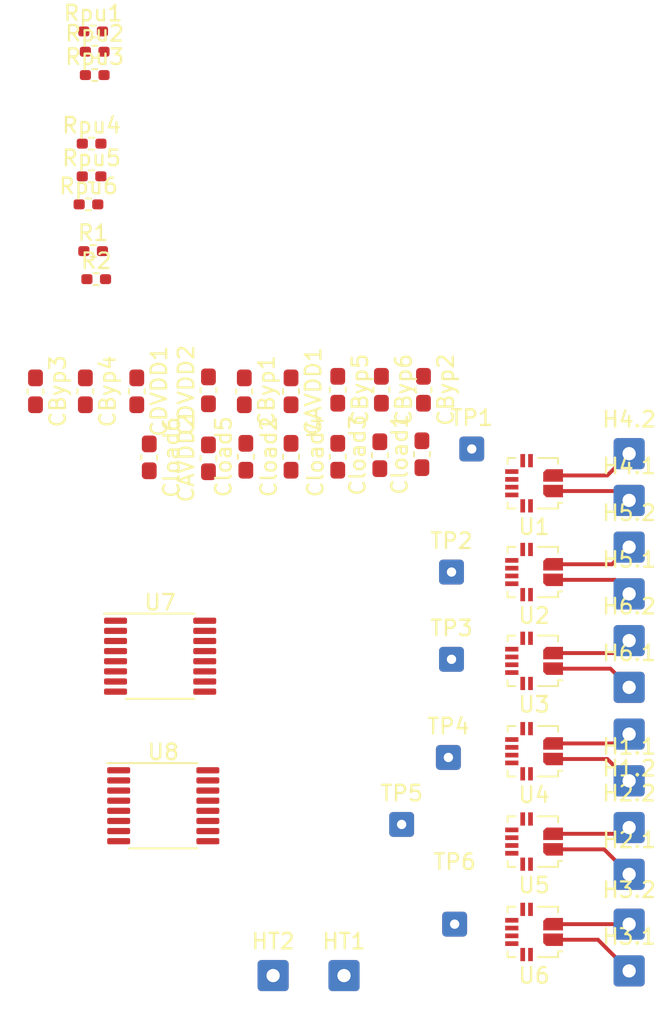
<source format=kicad_pcb>
(kicad_pcb (version 20211014) (generator pcbnew)
  (layers (0 "F.Cu" signal) (31 "B.Cu" signal) (34 "B.Paste" user) (35 "F.Paste" user) (36 "B.SilkS" user "B.Silkscreen") (37 "F.SilkS" user "F.Silkscreen") (38 "B.Mask" user) (39 "F.Mask" user) (44 "Edge.Cuts" user))
  (net 0 "")
  (net 1 "+3.3V")
  (net 2 "Earth")
  (net 3 "Net-(Cload1-Pad1)")
  (net 4 "Net-(Cload2-Pad1)")
  (net 5 "Net-(Cload3-Pad1)")
  (net 6 "Net-(Cload4-Pad1)")
  (net 7 "Net-(Cload5-Pad1)")
  (net 8 "Net-(H1.1-Pad1)")
  (net 9 "Net-(H1.2-Pad1)")
  (net 10 "Net-(H2.1-Pad1)")
  (net 11 "Net-(H2.2-Pad1)")
  (net 12 "Net-(H3.1-Pad1)")
  (net 13 "Net-(H3.2-Pad1)")
  (net 14 "Net-(H4.1-Pad1)")
  (net 15 "Net-(H4.2-Pad1)")
  (net 16 "Net-(H5.1-Pad1)")
  (net 17 "Net-(H5.2-Pad1)")
  (net 18 "Net-(H6.1-Pad1)")
  (net 19 "Net-(H6.2-Pad1)")
  (net 20 "Net-(Rpu1-Pad2)")
  (net 21 "Net-(Rpu2-Pad2)")
  (net 22 "Net-(Rpu3-Pad2)")
  (net 23 "Net-(Rpu4-Pad2)")
  (net 24 "Net-(Rpu5-Pad2)")
  (net 25 "Net-(Rpu6-Pad2)")
  (net 50 "GNDD")
  (net 51 "GNDA")
  (net 60 "Net-(U6-Pad9)")
  (net 61 "Net-(R2-Pad2)")
  (net 62 "Net-(R1-Pad2)")
  (footprint "Package_SO:TSSOP-16_4.4x5mm_P0.65mm" (layer "F.Cu") (at 152.5 64.1)
    (fp_text reference "U7" (at 0 -3.45) (layer "F.SilkS"))
    (fp_text value "ADS1119IPWR")
    (fp_line (start 0 2.735) (end -2.2 2.735) (layer "F.SilkS") (width 0.12))
    (fp_line (start 0 -2.735) (end 2.2 -2.735) (layer "F.SilkS") (width 0.12))
    (fp_line (start 0 2.735) (end 2.2 2.735) (layer "F.SilkS") (width 0.12))
    (fp_line (start 0 -2.735) (end -3.6 -2.735) (layer "F.SilkS") (width 0.12))
    (pad "1" smd roundrect (at -2.8625 -2.275) (size 1.475 0.4) (layers "F.Cu" "F.Paste" "F.Mask") (net 50 "GNDD"))
    (pad "2" smd roundrect (at -2.8625 -1.625) (size 1.475 0.4) (layers "F.Cu" "F.Paste" "F.Mask") (net 50 "GNDD"))
    (pad "3" smd roundrect (at -2.8625 -0.975) (size 1.475 0.4) (layers "F.Cu" "F.Paste" "F.Mask") (net 1 "+3.3V"))
    (pad "4" smd roundrect (at -2.8625 -0.325) (size 1.475 0.4) (layers "F.Cu" "F.Paste" "F.Mask") (net 50 "GNDD"))
    (pad "5" smd roundrect (at -2.8625 0.325) (size 1.475 0.4) (layers "F.Cu" "F.Paste" "F.Mask") (net 51 "GNDA"))
    (pad "6" smd roundrect (at -2.8625 0.975) (size 1.475 0.4) (layers "F.Cu" "F.Paste" "F.Mask") (net 6 "Net-(Cload4-Pad1)"))
    (pad "7" smd roundrect (at -2.8625 1.625) (size 1.475 0.4) (layers "F.Cu" "F.Paste" "F.Mask") (net 7 "Net-(Cload5-Pad1)"))
    (pad "8" smd roundrect (at -2.8625 2.275) (size 1.475 0.4) (layers "F.Cu" "F.Paste" "F.Mask"))
    (pad "9" smd roundrect (at 2.8625 2.275) (size 1.475 0.4) (layers "F.Cu" "F.Paste" "F.Mask"))
    (pad "10" smd roundrect (at 2.8625 1.625) (size 1.475 0.4) (layers "F.Cu" "F.Paste" "F.Mask") (net 60 "Net-(U6-Pad9)"))
    (pad "11" smd roundrect (at 2.8625 0.975) (size 1.475 0.4) (layers "F.Cu" "F.Paste" "F.Mask") (net 3 "Net-(Cload1-Pad1)"))
    (pad "12" smd roundrect (at 2.8625 0.325) (size 1.475 0.4) (layers "F.Cu" "F.Paste" "F.Mask") (net 1 "+3.3V"))
    (pad "13" smd roundrect (at 2.8625 -0.325) (size 1.475 0.4) (layers "F.Cu" "F.Paste" "F.Mask") (net 1 "+3.3V"))
    (pad "14" smd roundrect (at 2.8625 -0.975) (size 1.475 0.4) (layers "F.Cu" "F.Paste" "F.Mask"))
    (pad "15" smd roundrect (at 2.8625 -1.625) (size 1.475 0.4) (layers "F.Cu" "F.Paste" "F.Mask") (net 61 "Net-(R2-Pad2)"))
    (pad "16" smd roundrect (at 2.8625 -2.275) (size 1.475 0.4) (layers "F.Cu" "F.Paste" "F.Mask") (net 62 "Net-(R1-Pad2)"))
  )
  (footprint "Capacitor_SMD:C_0603_1608Metric_Pad1.08x0.95mm_HandSolder" (layer "F.Cu") (at 151 47.1 -90)
    (fp_text reference "CDVDD1" (at 0 -1.43 90) (layer "F.SilkS"))
    (fp_text value "0.1")
    (fp_line (start -0.146267 -0.51) (end 0.146267 -0.51) (layer "F.SilkS") (width 0.12))
    (fp_line (start -0.146267 0.51) (end 0.146267 0.51) (layer "F.SilkS") (width 0.12))
    (pad "1" smd roundrect (at -0.8625 0 270) (size 1.075 0.95) (layers "F.Cu" "F.Paste" "F.Mask") (net 1 "+3.3V"))
    (pad "2" smd roundrect (at 0.8625 0 270) (size 1.075 0.95) (layers "F.Cu" "F.Paste" "F.Mask") (net 2 "Earth"))
  )
  (footprint "Sensor_Current:Allegro_QFN-12-10-1EP_3x3mm_P0.5mm" (layer "F.Cu") (at 176.5 64.4 180)
    (fp_text reference "U3" (at 0 -2.8) (layer "F.SilkS"))
    (fp_text value "ACS711xEXLT-31AB")
    (fp_line (start 1.7 1.62) (end 1.2 1.62) (layer "F.SilkS") (width 0.12))
    (fp_line (start -1.54 1.62) (end -0.25 1.62) (layer "F.SilkS") (width 0.12))
    (fp_line (start 1.7 -1.62) (end 1.7 -1.25) (layer "F.SilkS") (width 0.12))
    (fp_line (start -1.54 -1.62) (end -1.54 -1.25) (layer "F.SilkS") (width 0.12))
    (fp_line (start 1.7 -1.62) (end 1.2 -1.62) (layer "F.SilkS") (width 0.12))
    (fp_line (start -1.54 -1.25) (end -1.8 -1.25) (layer "F.SilkS") (width 0.12))
    (fp_line (start -1.54 -1.62) (end -0.25 -1.62) (layer "F.SilkS") (width 0.12))
    (fp_line (start -1.54 1.25) (end -1.54 1.62) (layer "F.SilkS") (width 0.12))
    (fp_line (start 1.7 1.25) (end 1.7 1.62) (layer "F.SilkS") (width 0.12))
    (pad "1" smd rect (at -0.785 -0.7 225) (size 0.2828 0.2828) (layers "F.Cu" "F.Paste" "F.Mask") (net 18 "Net-(H6.1-Pad1)"))
    (pad "1" smd rect (at -1.32 -0.5 180) (size 1.07 0.8) (layers "F.Cu" "F.Paste" "F.Mask") (net 18 "Net-(H6.1-Pad1)"))
    (pad "1" smd rect (at -0.685 -0.4 180) (size 0.2 0.6) (layers "F.Cu" "F.Paste" "F.Mask") (net 18 "Net-(H6.1-Pad1)"))
    (pad "2" smd rect (at -0.785 0.7 225) (size 0.2828 0.2828) (layers "F.Cu" "F.Paste" "F.Mask") (net 19 "Net-(H6.2-Pad1)"))
    (pad "2" smd rect (at -1.32 0.5 180) (size 1.07 0.8) (layers "F.Cu" "F.Paste" "F.Mask") (net 19 "Net-(H6.2-Pad1)"))
    (pad "2" smd rect (at -0.685 0.4 180) (size 0.2 0.6) (layers "F.Cu" "F.Paste" "F.Mask") (net 19 "Net-(H6.2-Pad1)"))
    (pad "3" smd rect (at 0.23 1.45 180) (size 0.3 0.85) (layers "F.Cu" "F.Paste" "F.Mask") (net 2 "Earth"))
    (pad "4" smd rect (at 0.73 1.45 180) (size 0.3 0.85) (layers "F.Cu" "F.Paste" "F.Mask") (net 22 "Net-(Rpu3-Pad2)"))
    (pad "5" smd rect (at 1.43 0.75 180) (size 0.85 0.3) (layers "F.Cu" "F.Paste" "F.Mask"))
    (pad "6" smd rect (at 1.43 0.25 180) (size 0.85 0.3) (layers "F.Cu" "F.Paste" "F.Mask"))
    (pad "7" smd rect (at 1.43 -0.25 180) (size 0.85 0.3) (layers "F.Cu" "F.Paste" "F.Mask"))
    (pad "8" smd rect (at 1.43 -0.75 180) (size 0.85 0.3) (layers "F.Cu" "F.Paste" "F.Mask"))
    (pad "9" smd rect (at 0.73 -1.45 180) (size 0.3 0.85) (layers "F.Cu" "F.Paste" "F.Mask") (net 5 "Net-(Cload3-Pad1)"))
    (pad "10" smd rect (at 0.23 -1.45 180) (size 0.3 0.85) (layers "F.Cu" "F.Paste" "F.Mask") (net 1 "+3.3V"))
  )
  (footprint "Resistor_SMD:R_0402_1005Metric_Pad0.72x0.64mm_HandSolder" (layer "F.Cu") (at 148.2 38.1)
    (fp_text reference "R1" (at 0 -1.17) (layer "F.SilkS"))
    (fp_text value "4.7k")
    (fp_line (start -0.167621 -0.38) (end 0.167621 -0.38) (layer "F.SilkS") (width 0.12))
    (fp_line (start -0.167621 0.38) (end 0.167621 0.38) (layer "F.SilkS") (width 0.12))
    (pad "1" smd roundrect (at -0.5975 0) (size 0.715 0.64) (layers "F.Cu" "F.Paste" "F.Mask") (net 1 "+3.3V"))
    (pad "2" smd roundrect (at 0.5975 0) (size 0.715 0.64) (layers "F.Cu" "F.Paste" "F.Mask") (net 62 "Net-(R1-Pad2)"))
  )
  (footprint "Resistor_SMD:R_0402_1005Metric_Pad0.72x0.64mm_HandSolder" (layer "F.Cu") (at 148.2 24)
    (fp_text reference "Rpu1" (at 0 -1.17) (layer "F.SilkS"))
    (fp_text value "4.7k")
    (fp_line (start -0.167621 0.38) (end 0.167621 0.38) (layer "F.SilkS") (width 0.12))
    (fp_line (start -0.167621 -0.38) (end 0.167621 -0.38) (layer "F.SilkS") (width 0.12))
    (pad "1" smd roundrect (at -0.5975 0) (size 0.715 0.64) (layers "F.Cu" "F.Paste" "F.Mask") (net 1 "+3.3V"))
    (pad "2" smd roundrect (at 0.5975 0) (size 0.715 0.64) (layers "F.Cu" "F.Paste" "F.Mask") (net 20 "Net-(Rpu1-Pad2)"))
  )
  (footprint "Connector_Wire:SolderWire-0.1sqmm_1x01_D0.4mm_OD1mm" (layer "F.Cu") (at 172.5 50.8)
    (fp_text reference "TP1" (at 0 -2) (layer "F.SilkS"))
    (fp_text value "Fault 1")
    (pad "1" thru_hole roundrect (at 0 0) (size 1.6 1.6) (drill 0.6) (layers *.Cu *.Mask) (roundrect_rratio 0.15625) (net 20 "Net-(Rpu1-Pad2)"))
  )
  (footprint "Connector_Wire:SolderWire-0.25sqmm_1x01_D0.65mm_OD2mm" (layer "F.Cu") (at 182.6 66.1)
    (fp_text reference "H6.1" (at 0 -2.2) (layer "F.SilkS"))
    (fp_text value "I+ Pad")
    (pad "1" thru_hole roundrect (at 0 0) (size 2 2) (drill 0.85) (layers *.Cu *.Mask) (roundrect_rratio 0.125) (net 18 "Net-(H6.1-Pad1)"))
  )
  (footprint "Connector_Wire:SolderWire-0.25sqmm_1x01_D0.65mm_OD2mm" (layer "F.Cu") (at 182.6 57.1)
    (fp_text reference "H5.2" (at 0 -2.2) (layer "F.SilkS"))
    (fp_text value "I- Pad")
    (pad "1" thru_hole roundrect (at 0 0) (size 2 2) (drill 0.85) (layers *.Cu *.Mask) (roundrect_rratio 0.125) (net 17 "Net-(H5.2-Pad1)"))
  )
  (footprint "Capacitor_SMD:C_0603_1608Metric_Pad1.08x0.95mm_HandSolder" (layer "F.Cu") (at 160.9 47.1 -90)
    (fp_text reference "CAVDD1" (at 0 -1.43 90) (layer "F.SilkS"))
    (fp_text value "0.1")
    (fp_line (start -0.146267 -0.51) (end 0.146267 -0.51) (layer "F.SilkS") (width 0.12))
    (fp_line (start -0.146267 0.51) (end 0.146267 0.51) (layer "F.SilkS") (width 0.12))
    (pad "1" smd roundrect (at -0.8625 0 270) (size 1.075 0.95) (layers "F.Cu" "F.Paste" "F.Mask") (net 1 "+3.3V"))
    (pad "2" smd roundrect (at 0.8625 0 270) (size 1.075 0.95) (layers "F.Cu" "F.Paste" "F.Mask") (net 2 "Earth"))
  )
  (footprint "Sensor_Current:Allegro_QFN-12-10-1EP_3x3mm_P0.5mm" (layer "F.Cu") (at 176.5 81.8 180)
    (fp_text reference "U6" (at 0 -2.8) (layer "F.SilkS"))
    (fp_text value "ACS711xEXLT-31AB")
    (fp_line (start -1.54 -1.62) (end -1.54 -1.25) (layer "F.SilkS") (width 0.12))
    (fp_line (start -1.54 1.25) (end -1.54 1.62) (layer "F.SilkS") (width 0.12))
    (fp_line (start -1.54 1.62) (end -0.25 1.62) (layer "F.SilkS") (width 0.12))
    (fp_line (start 1.7 1.62) (end 1.2 1.62) (layer "F.SilkS") (width 0.12))
    (fp_line (start 1.7 -1.62) (end 1.2 -1.62) (layer "F.SilkS") (width 0.12))
    (fp_line (start -1.54 -1.62) (end -0.25 -1.62) (layer "F.SilkS") (width 0.12))
    (fp_line (start 1.7 1.25) (end 1.7 1.62) (layer "F.SilkS") (width 0.12))
    (fp_line (start -1.54 -1.25) (end -1.8 -1.25) (layer "F.SilkS") (width 0.12))
    (fp_line (start 1.7 -1.62) (end 1.7 -1.25) (layer "F.SilkS") (width 0.12))
    (pad "1" smd rect (at -1.32 -0.5 180) (size 1.07 0.8) (layers "F.Cu" "F.Paste" "F.Mask") (net 12 "Net-(H3.1-Pad1)"))
    (pad "1" smd rect (at -0.685 -0.4 180) (size 0.2 0.6) (layers "F.Cu" "F.Paste" "F.Mask") (net 12 "Net-(H3.1-Pad1)"))
    (pad "1" smd rect (at -0.785 -0.7 225) (size 0.2828 0.2828) (layers "F.Cu" "F.Paste" "F.Mask") (net 12 "Net-(H3.1-Pad1)"))
    (pad "2" smd rect (at -0.785 0.7 225) (size 0.2828 0.2828) (layers "F.Cu" "F.Paste" "F.Mask") (net 13 "Net-(H3.2-Pad1)"))
    (pad "2" smd rect (at -0.685 0.4 180) (size 0.2 0.6) (layers "F.Cu" "F.Paste" "F.Mask") (net 13 "Net-(H3.2-Pad1)"))
    (pad "2" smd rect (at -1.32 0.5 180) (size 1.07 0.8) (layers "F.Cu" "F.Paste" "F.Mask") (net 13 "Net-(H3.2-Pad1)"))
    (pad "3" smd rect (at 0.23 1.45 180) (size 0.3 0.85) (layers "F.Cu" "F.Paste" "F.Mask") (net 2 "Earth"))
    (pad "4" smd rect (at 0.73 1.45 180) (size 0.3 0.85) (layers "F.Cu" "F.Paste" "F.Mask") (net 25 "Net-(Rpu6-Pad2)"))
    (pad "5" smd rect (at 1.43 0.75 180) (size 0.85 0.3) (layers "F.Cu" "F.Paste" "F.Mask"))
    (pad "6" smd rect (at 1.43 0.25 180) (size 0.85 0.3) (layers "F.Cu" "F.Paste" "F.Mask"))
    (pad "7" smd rect (at 1.43 -0.25 180) (size 0.85 0.3) (layers "F.Cu" "F.Paste" "F.Mask"))
    (pad "8" smd rect (at 1.43 -0.75 180) (size 0.85 0.3) (layers "F.Cu" "F.Paste" "F.Mask"))
    (pad "9" smd rect (at 0.73 -1.45 180) (size 0.3 0.85) (layers "F.Cu" "F.Paste" "F.Mask") (net 60 "Net-(U6-Pad9)"))
    (pad "10" smd rect (at 0.23 -1.45 180) (size 0.3 0.85) (layers "F.Cu" "F.Paste" "F.Mask") (net 1 "+3.3V"))
  )
  (footprint "Resistor_SMD:R_0402_1005Metric_Pad0.72x0.64mm_HandSolder" (layer "F.Cu") (at 148.3975 39.9)
    (fp_text reference "R2" (at 0 -1.17) (layer "F.SilkS"))
    (fp_text value "4.7k")
    (fp_line (start -0.167621 -0.38) (end 0.167621 -0.38) (layer "F.SilkS") (width 0.12))
    (fp_line (start -0.167621 0.38) (end 0.167621 0.38) (layer "F.SilkS") (width 0.12))
    (pad "1" smd roundrect (at -0.5975 0) (size 0.715 0.64) (layers "F.Cu" "F.Paste" "F.Mask") (net 1 "+3.3V"))
    (pad "2" smd roundrect (at 0.5975 0) (size 0.715 0.64) (layers "F.Cu" "F.Paste" "F.Mask") (net 61 "Net-(R2-Pad2)"))
  )
  (footprint "Connector_Wire:SolderWire-0.25sqmm_1x01_D0.65mm_OD2mm" (layer "F.Cu") (at 182.6 63.1)
    (fp_text reference "H6.2" (at 0 -2.2) (layer "F.SilkS"))
    (fp_text value "I- Pad")
    (pad "1" thru_hole roundrect (at 0 0) (size 2 2) (drill 0.85) (layers *.Cu *.Mask) (roundrect_rratio 0.125) (net 19 "Net-(H6.2-Pad1)"))
  )
  (footprint "Sensor_Current:Allegro_QFN-12-10-1EP_3x3mm_P0.5mm" (layer "F.Cu") (at 176.5 53 180)
    (fp_text reference "U1" (at 0 -2.8) (layer "F.SilkS"))
    (fp_text value "ACS711xEXLT-31AB")
    (fp_line (start 1.7 -1.62) (end 1.2 -1.62) (layer "F.SilkS") (width 0.12))
    (fp_line (start -1.54 1.25) (end -1.54 1.62) (layer "F.SilkS") (width 0.12))
    (fp_line (start 1.7 1.25) (end 1.7 1.62) (layer "F.SilkS") (width 0.12))
    (fp_line (start -1.54 -1.25) (end -1.8 -1.25) (layer "F.SilkS") (width 0.12))
    (fp_line (start 1.7 1.62) (end 1.2 1.62) (layer "F.SilkS") (width 0.12))
    (fp_line (start -1.54 -1.62) (end -1.54 -1.25) (layer "F.SilkS") (width 0.12))
    (fp_line (start 1.7 -1.62) (end 1.7 -1.25) (layer "F.SilkS") (width 0.12))
    (fp_line (start -1.54 -1.62) (end -0.25 -1.62) (layer "F.SilkS") (width 0.12))
    (fp_line (start -1.54 1.62) (end -0.25 1.62) (layer "F.SilkS") (width 0.12))
    (pad "1" smd rect (at -0.785 -0.7 225) (size 0.2828 0.2828) (layers "F.Cu" "F.Paste" "F.Mask") (net 14 "Net-(H4.1-Pad1)"))
    (pad "1" smd rect (at -0.685 -0.4 180) (size 0.2 0.6) (layers "F.Cu" "F.Paste" "F.Mask") (net 14 "Net-(H4.1-Pad1)"))
    (pad "1" smd rect (at -1.32 -0.5 180) (size 1.07 0.8) (layers "F.Cu" "F.Paste" "F.Mask") (net 14 "Net-(H4.1-Pad1)"))
    (pad "2" smd rect (at -0.785 0.7 225) (size 0.2828 0.2828) (layers "F.Cu" "F.Paste" "F.Mask") (net 15 "Net-(H4.2-Pad1)"))
    (pad "2" smd rect (at -0.685 0.4 180) (size 0.2 0.6) (layers "F.Cu" "F.Paste" "F.Mask") (net 15 "Net-(H4.2-Pad1)"))
    (pad "2" smd rect (at -1.32 0.5 180) (size 1.07 0.8) (layers "F.Cu" "F.Paste" "F.Mask") (net 15 "Net-(H4.2-Pad1)"))
    (pad "3" smd rect (at 0.23 1.45 180) (size 0.3 0.85) (layers "F.Cu" "F.Paste" "F.Mask") (net 2 "Earth"))
    (pad "4" smd rect (at 0.73 1.45 180) (size 0.3 0.85) (layers "F.Cu" "F.Paste" "F.Mask") (net 20 "Net-(Rpu1-Pad2)"))
    (pad "5" smd rect (at 1.43 0.75 180) (size 0.85 0.3) (layers "F.Cu" "F.Paste" "F.Mask"))
    (pad "6" smd rect (at 1.43 0.25 180) (size 0.85 0.3) (layers "F.Cu" "F.Paste" "F.Mask"))
    (pad "7" smd rect (at 1.43 -0.25 180) (size 0.85 0.3) (layers "F.Cu" "F.Paste" "F.Mask"))
    (pad "8" smd rect (at 1.43 -0.75 180) (size 0.85 0.3) (layers "F.Cu" "F.Paste" "F.Mask"))
    (pad "9" smd rect (at 0.73 -1.45 180) (size 0.3 0.85) (layers "F.Cu" "F.Paste" "F.Mask") (net 3 "Net-(Cload1-Pad1)"))
    (pad "10" smd rect (at 0.23 -1.45 180) (size 0.3 0.85) (layers "F.Cu" "F.Paste" "F.Mask") (net 1 "+3.3V"))
  )
  (footprint "Sensor_Current:Allegro_QFN-12-10-1EP_3x3mm_P0.5mm" (layer "F.Cu") (at 176.5 58.7 180)
    (fp_text reference "U2" (at 0 -2.8) (layer "F.SilkS"))
    (fp_text value "ACS711xEXLT-31AB")
    (fp_line (start 1.7 -1.62) (end 1.7 -1.25) (layer "F.SilkS") (width 0.12))
    (fp_line (start 1.7 1.62) (end 1.2 1.62) (layer "F.SilkS") (width 0.12))
    (fp_line (start -1.54 -1.62) (end -1.54 -1.25) (layer "F.SilkS") (width 0.12))
    (fp_line (start -1.54 1.25) (end -1.54 1.62) (layer "F.SilkS") (width 0.12))
    (fp_line (start 1.7 -1.62) (end 1.2 -1.62) (layer "F.SilkS") (width 0.12))
    (fp_line (start -1.54 1.62) (end -0.25 1.62) (layer "F.SilkS") (width 0.12))
    (fp_line (start -1.54 -1.62) (end -0.25 -1.62) (layer "F.SilkS") (width 0.12))
    (fp_line (start -1.54 -1.25) (end -1.8 -1.25) (layer "F.SilkS") (width 0.12))
    (fp_line (start 1.7 1.25) (end 1.7 1.62) (layer "F.SilkS") (width 0.12))
    (pad "1" smd rect (at -1.32 -0.5 180) (size 1.07 0.8) (layers "F.Cu" "F.Paste" "F.Mask") (net 16 "Net-(H5.1-Pad1)"))
    (pad "1" smd rect (at -0.685 -0.4 180) (size 0.2 0.6) (layers "F.Cu" "F.Paste" "F.Mask") (net 16 "Net-(H5.1-Pad1)"))
    (pad "1" smd rect (at -0.785 -0.7 225) (size 0.2828 0.2828) (layers "F.Cu" "F.Paste" "F.Mask") (net 16 "Net-(H5.1-Pad1)"))
    (pad "2" smd rect (at -1.32 0.5 180) (size 1.07 0.8) (layers "F.Cu" "F.Paste" "F.Mask") (net 17 "Net-(H5.2-Pad1)"))
    (pad "2" smd rect (at -0.785 0.7 225) (size 0.2828 0.2828) (layers "F.Cu" "F.Paste" "F.Mask") (net 17 "Net-(H5.2-Pad1)"))
    (pad "2" smd rect (at -0.685 0.4 180) (size 0.2 0.6) (layers "F.Cu" "F.Paste" "F.Mask") (net 17 "Net-(H5.2-Pad1)"))
    (pad "3" smd rect (at 0.23 1.45 180) (size 0.3 0.85) (layers "F.Cu" "F.Paste" "F.Mask") (net 2 "Earth"))
    (pad "4" smd rect (at 0.73 1.45 180) (size 0.3 0.85) (layers "F.Cu" "F.Paste" "F.Mask") (net 21 "Net-(Rpu2-Pad2)"))
    (pad "5" smd rect (at 1.43 0.75 180) (size 0.85 0.3) (layers "F.Cu" "F.Paste" "F.Mask"))
    (pad "6" smd rect (at 1.43 0.25 180) (size 0.85 0.3) (layers "F.Cu" "F.Paste" "F.Mask"))
    (pad "7" smd rect (at 1.43 -0.25 180) (size 0.85 0.3) (layers "F.Cu" "F.Paste" "F.Mask"))
    (pad "8" smd rect (at 1.43 -0.75 180) (size 0.85 0.3) (layers "F.Cu" "F.Paste" "F.Mask"))
    (pad "9" smd rect (at 0.73 -1.45 180) (size 0.3 0.85) (layers "F.Cu" "F.Paste" "F.Mask") (net 4 "Net-(Cload2-Pad1)"))
    (pad "10" smd rect (at 0.23 -1.45 180) (size 0.3 0.85) (layers "F.Cu" "F.Paste" "F.Mask") (net 1 "+3.3V"))
  )
  (footprint "Capacitor_SMD:C_0603_1608Metric_Pad1.08x0.95mm_HandSolder" (layer "F.Cu") (at 169.3 51.1375 90)
    (fp_text reference "Cload1" (at 0 -1.43 90) (layer "F.SilkS"))
    (fp_text value "0.1")
    (fp_line (start -0.146267 0.51) (end 0.146267 0.51) (layer "F.SilkS") (width 0.12))
    (fp_line (start -0.146267 -0.51) (end 0.146267 -0.51) (layer "F.SilkS") (width 0.12))
    (pad "1" smd roundrect (at -0.8625 0 90) (size 1.075 0.95) (layers "F.Cu" "F.Paste" "F.Mask") (net 3 "Net-(Cload1-Pad1)"))
    (pad "2" smd roundrect (at 0.8625 0 90) (size 1.075 0.95) (layers "F.Cu" "F.Paste" "F.Mask") (net 2 "Earth"))
  )
  (footprint "Capacitor_SMD:C_0603_1608Metric_Pad1.08x0.95mm_HandSolder" (layer "F.Cu") (at 166.6 51.2 90)
    (fp_text reference "Cload3" (at 0 -1.43 90) (layer "F.SilkS"))
    (fp_text value "0.1")
    (fp_line (start -0.146267 -0.51) (end 0.146267 -0.51) (layer "F.SilkS") (width 0.12))
    (fp_line (start -0.146267 0.51) (end 0.146267 0.51) (layer "F.SilkS") (width 0.12))
    (pad "1" smd roundrect (at -0.8625 0 90) (size 1.075 0.95) (layers "F.Cu" "F.Paste" "F.Mask") (net 5 "Net-(Cload3-Pad1)"))
    (pad "2" smd roundrect (at 0.8625 0 90) (size 1.075 0.95) (layers "F.Cu" "F.Paste" "F.Mask") (net 2 "Earth"))
  )
  (footprint "Connector_Wire:SolderWire-0.1sqmm_1x01_D0.4mm_OD1mm" (layer "F.Cu") (at 171 70.6)
    (fp_text reference "TP4" (at 0 -2) (layer "F.SilkS"))
    (fp_text value "Fault 4")
    (pad "1" thru_hole roundrect (at 0 0) (size 1.6 1.6) (drill 0.6) (layers *.Cu *.Mask) (roundrect_rratio 0.15625) (net 23 "Net-(Rpu4-Pad2)"))
  )
  (footprint "Connector_Wire:SolderWire-0.25sqmm_1x01_D0.65mm_OD2mm" (layer "F.Cu") (at 182.6 54.1)
    (fp_text reference "H4.1" (at 0 -2.2) (layer "F.SilkS"))
    (fp_text value "I+ Pad")
    (pad "1" thru_hole roundrect (at 0 0) (size 2 2) (drill 0.85) (layers *.Cu *.Mask) (roundrect_rratio 0.125) (net 14 "Net-(H4.1-Pad1)"))
  )
  (footprint "Connector_Wire:SolderWire-0.25sqmm_1x01_D0.65mm_OD2mm" (layer "F.Cu") (at 182.6 75.1)
    (fp_text reference "H2.2" (at 0 -2.2) (layer "F.SilkS"))
    (fp_text value "I- Pad")
    (pad "1" thru_hole roundrect (at 0 0) (size 2 2) (drill 0.85) (layers *.Cu *.Mask) (roundrect_rratio 0.125) (net 11 "Net-(H2.2-Pad1)"))
  )
  (footprint "Connector_Wire:SolderWire-0.1sqmm_1x01_D0.4mm_OD1mm" (layer "F.Cu") (at 171.2 64.3)
    (fp_text reference "TP3" (at 0 -2) (layer "F.SilkS"))
    (fp_text value "Fault 3")
    (pad "1" thru_hole roundrect (at 0 0) (size 1.6 1.6) (drill 0.6) (layers *.Cu *.Mask) (roundrect_rratio 0.15625) (net 22 "Net-(Rpu3-Pad2)"))
  )
  (footprint "Capacitor_SMD:C_0603_1608Metric_Pad1.08x0.95mm_HandSolder" (layer "F.Cu") (at 144.5 47.1 -90)
    (fp_text reference "CByp3" (at 0 -1.43 90) (layer "F.SilkS"))
    (fp_text value "0.1")
    (fp_line (start -0.146267 -0.51) (end 0.146267 -0.51) (layer "F.SilkS") (width 0.12))
    (fp_line (start -0.146267 0.51) (end 0.146267 0.51) (layer "F.SilkS") (width 0.12))
    (pad "1" smd roundrect (at -0.8625 0 270) (size 1.075 0.95) (layers "F.Cu" "F.Paste" "F.Mask") (net 1 "+3.3V"))
    (pad "2" smd roundrect (at 0.8625 0 270) (size 1.075 0.95) (layers "F.Cu" "F.Paste" "F.Mask") (net 2 "Earth"))
  )
  (footprint "Resistor_SMD:R_0402_1005Metric_Pad0.72x0.64mm_HandSolder" (layer "F.Cu") (at 148.1 31.2)
    (fp_text reference "Rpu4" (at 0 -1.17) (layer "F.SilkS"))
    (fp_text value "4.7k")
    (fp_line (start -0.167621 0.38) (end 0.167621 0.38) (layer "F.SilkS") (width 0.12))
    (fp_line (start -0.167621 -0.38) (end 0.167621 -0.38) (layer "F.SilkS") (width 0.12))
    (pad "1" smd roundrect (at -0.5975 0) (size 0.715 0.64) (layers "F.Cu" "F.Paste" "F.Mask") (net 1 "+3.3V"))
    (pad "2" smd roundrect (at 0.5975 0) (size 0.715 0.64) (layers "F.Cu" "F.Paste" "F.Mask") (net 23 "Net-(Rpu4-Pad2)"))
  )
  (footprint "Capacitor_SMD:C_0603_1608Metric_Pad1.08x0.95mm_HandSolder" (layer "F.Cu") (at 163.9 47 -90)
    (fp_text reference "CByp5" (at 0 -1.43 90) (layer "F.SilkS"))
    (fp_text value "0.1")
    (fp_line (start -0.146267 -0.51) (end 0.146267 -0.51) (layer "F.SilkS") (width 0.12))
    (fp_line (start -0.146267 0.51) (end 0.146267 0.51) (layer "F.SilkS") (width 0.12))
    (pad "1" smd roundrect (at -0.8625 0 270) (size 1.075 0.95) (layers "F.Cu" "F.Paste" "F.Mask") (net 1 "+3.3V"))
    (pad "2" smd roundrect (at 0.8625 0 270) (size 1.075 0.95) (layers "F.Cu" "F.Paste" "F.Mask") (net 2 "Earth"))
  )
  (footprint "Capacitor_SMD:C_0603_1608Metric_Pad1.08x0.95mm_HandSolder" (layer "F.Cu") (at 169.4 47 -90)
    (fp_text reference "CByp2" (at 0 -1.43 90) (layer "F.SilkS"))
    (fp_text value "0.1")
    (fp_line (start -0.146267 -0.51) (end 0.146267 -0.51) (layer "F.SilkS") (width 0.12))
    (fp_line (start -0.146267 0.51) (end 0.146267 0.51) (layer "F.SilkS") (width 0.12))
    (pad "1" smd roundrect (at -0.8625 0 270) (size 1.075 0.95) (layers "F.Cu" "F.Paste" "F.Mask") (net 1 "+3.3V"))
    (pad "2" smd roundrect (at 0.8625 0 270) (size 1.075 0.95) (layers "F.Cu" "F.Paste" "F.Mask") (net 2 "Earth"))
  )
  (footprint "Connector_Wire:SolderWire-0.25sqmm_1x01_D0.65mm_OD2mm" (layer "F.Cu") (at 182.6 72.1)
    (fp_text reference "H1.1" (at 0 -2.2) (layer "F.SilkS"))
    (fp_text value "I+ Pad")
    (pad "1" thru_hole roundrect (at 0 0) (size 2 2) (drill 0.85) (layers *.Cu *.Mask) (roundrect_rratio 0.125) (net 8 "Net-(H1.1-Pad1)"))
  )
  (footprint "Capacitor_SMD:C_0603_1608Metric_Pad1.08x0.95mm_HandSolder" (layer "F.Cu") (at 163.9 51.3 90)
    (fp_text reference "Cload4" (at 0 -1.43 90) (layer "F.SilkS"))
    (fp_text value "0.1")
    (fp_line (start -0.146267 -0.51) (end 0.146267 -0.51) (layer "F.SilkS") (width 0.12))
    (fp_line (start -0.146267 0.51) (end 0.146267 0.51) (layer "F.SilkS") (width 0.12))
    (pad "1" smd roundrect (at -0.8625 0 90) (size 1.075 0.95) (layers "F.Cu" "F.Paste" "F.Mask") (net 6 "Net-(Cload4-Pad1)"))
    (pad "2" smd roundrect (at 0.8625 0 90) (size 1.075 0.95) (layers "F.Cu" "F.Paste" "F.Mask") (net 2 "Earth"))
  )
  (footprint "Capacitor_SMD:C_0603_1608Metric_Pad1.08x0.95mm_HandSolder" (layer "F.Cu") (at 166.7 47 -90)
    (fp_text reference "CByp6" (at 0 -1.43 90) (layer "F.SilkS"))
    (fp_text value "0.1")
    (fp_line (start -0.146267 0.51) (end 0.146267 0.51) (layer "F.SilkS") (width 0.12))
    (fp_line (start -0.146267 -0.51) (end 0.146267 -0.51) (layer "F.SilkS") (width 0.12))
    (pad "1" smd roundrect (at -0.8625 0 270) (size 1.075 0.95) (layers "F.Cu" "F.Paste" "F.Mask") (net 1 "+3.3V"))
    (pad "2" smd roundrect (at 0.8625 0 270) (size 1.075 0.95) (layers "F.Cu" "F.Paste" "F.Mask") (net 2 "Earth"))
  )
  (footprint "Capacitor_SMD:C_0603_1608Metric_Pad1.08x0.95mm_HandSolder" (layer "F.Cu") (at 155.6 51.4 90)
    (fp_text reference "CAVDD2" (at 0 -1.43 90) (layer "F.SilkS"))
    (fp_text value "0.1")
    (fp_line (start -0.146267 -0.51) (end 0.146267 -0.51) (layer "F.SilkS") (width 0.12))
    (fp_line (start -0.146267 0.51) (end 0.146267 0.51) (layer "F.SilkS") (width 0.12))
    (pad "1" smd roundrect (at -0.8625 0 90) (size 1.075 0.95) (layers "F.Cu" "F.Paste" "F.Mask") (net 1 "+3.3V"))
    (pad "2" smd roundrect (at 0.8625 0 90) (size 1.075 0.95) (layers "F.Cu" "F.Paste" "F.Mask") (net 2 "Earth"))
  )
  (footprint "Capacitor_SMD:C_0603_1608Metric_Pad1.08x0.95mm_HandSolder" (layer "F.Cu") (at 151.8 51.3375 -90)
    (fp_text reference "Cload6" (at 0 -1.43 90) (layer "F.SilkS"))
    (fp_text value "0.1")
    (fp_line (start -0.146267 -0.51) (end 0.146267 -0.51) (layer "F.SilkS") (width 0.12))
    (fp_line (start -0.146267 0.51) (end 0.146267 0.51) (layer "F.SilkS") (width 0.12))
    (pad "1" smd roundrect (at -0.8625 0 270) (size 1.075 0.95) (layers "F.Cu" "F.Paste" "F.Mask") (net 60 "Net-(U6-Pad9)"))
    (pad "2" smd roundrect (at 0.8625 0 270) (size 1.075 0.95) (layers "F.Cu" "F.Paste" "F.Mask") (net 2 "Earth"))
  )
  (footprint "Resistor_SMD:R_0402_1005Metric_Pad0.72x0.64mm_HandSolder" (layer "F.Cu") (at 148.3 26.8)
    (fp_text reference "Rpu3" (at 0 -1.17) (layer "F.SilkS"))
    (fp_text value "4.7k")
    (fp_line (start -0.167621 0.38) (end 0.167621 0.38) (layer "F.SilkS") (width 0.12))
    (fp_line (start -0.167621 -0.38) (end 0.167621 -0.38) (layer "F.SilkS") (width 0.12))
    (pad "1" smd roundrect (at -0.5975 0) (size 0.715 0.64) (layers "F.Cu" "F.Paste" "F.Mask") (net 1 "+3.3V"))
    (pad "2" smd roundrect (at 0.5975 0) (size 0.715 0.64) (layers "F.Cu" "F.Paste" "F.Mask") (net 22 "Net-(Rpu3-Pad2)"))
  )
  (footprint "Connector_Wire:SolderWire-0.25sqmm_1x01_D0.65mm_OD2mm" (layer "F.Cu") (at 182.6 81.3)
    (fp_text reference "H3.2" (at 0 -2.2) (layer "F.SilkS"))
    (fp_text value "I- Pad")
    (pad "1" thru_hole roundrect (at 0 0) (size 2 2) (drill 0.85) (layers *.Cu *.Mask) (roundrect_rratio 0.125) (net 13 "Net-(H3.2-Pad1)"))
  )
  (footprint "Sensor_Current:Allegro_QFN-12-10-1EP_3x3mm_P0.5mm" (layer "F.Cu") (at 176.5 76 180)
    (fp_text reference "U5" (at 0 -2.8) (layer "F.SilkS"))
    (fp_text value "ACS711xEXLT-31AB")
    (fp_line (start 1.7 -1.62) (end 1.7 -1.25) (layer "F.SilkS") (width 0.12))
    (fp_line (start 1.7 1.25) (end 1.7 1.62) (layer "F.SilkS") (width 0.12))
    (fp_line (start -1.54 -1.25) (end -1.8 -1.25) (layer "F.SilkS") (width 0.12))
    (fp_line (start 1.7 1.62) (end 1.2 1.62) (layer "F.SilkS") (width 0.12))
    (fp_line (start -1.54 1.62) (end -0.25 1.62) (layer "F.SilkS") (width 0.12))
    (fp_line (start 1.7 -1.62) (end 1.2 -1.62) (layer "F.SilkS") (width 0.12))
    (fp_line (start -1.54 1.25) (end -1.54 1.62) (layer "F.SilkS") (width 0.12))
    (fp_line (start -1.54 -1.62) (end -0.25 -1.62) (layer "F.SilkS") (width 0.12))
    (fp_line (start -1.54 -1.62) (end -1.54 -1.25) (layer "F.SilkS") (width 0.12))
    (pad "1" smd rect (at -0.785 -0.7 225) (size 0.2828 0.2828) (layers "F.Cu" "F.Paste" "F.Mask") (net 10 "Net-(H2.1-Pad1)"))
    (pad "1" smd rect (at -0.685 -0.4 180) (size 0.2 0.6) (layers "F.Cu" "F.Paste" "F.Mask") (net 10 "Net-(H2.1-Pad1)"))
    (pad "1" smd rect (at -1.32 -0.5 180) (size 1.07 0.8) (layers "F.Cu" "F.Paste" "F.Mask") (net 10 "Net-(H2.1-Pad1)"))
    (pad "2" smd rect (at -1.32 0.5 180) (size 1.07 0.8) (layers "F.Cu" "F.Paste" "F.Mask") (net 11 "Net-(H2.2-Pad1)"))
    (pad "2" smd rect (at -0.785 0.7 225) (size 0.2828 0.2828) (layers "F.Cu" "F.Paste" "F.Mask") (net 11 "Net-(H2.2-Pad1)"))
    (pad "2" smd rect (at -0.685 0.4 180) (size 0.2 0.6) (layers "F.Cu" "F.Paste" "F.Mask") (net 11 "Net-(H2.2-Pad1)"))
    (pad "3" smd rect (at 0.23 1.45 180) (size 0.3 0.85) (layers "F.Cu" "F.Paste" "F.Mask") (net 2 "Earth"))
    (pad "4" smd rect (at 0.73 1.45 180) (size 0.3 0.85) (layers "F.Cu" "F.Paste" "F.Mask") (net 24 "Net-(Rpu5-Pad2)"))
    (pad "5" smd rect (at 1.43 0.75 180) (size 0.85 0.3) (layers "F.Cu" "F.Paste" "F.Mask"))
    (pad "6" smd rect (at 1.43 0.25 180) (size 0.85 0.3) (layers "F.Cu" "F.Paste" "F.Mask"))
    (pad "7" smd rect (at 1.43 -0.25 180) (size 0.85 0.3) (layers "F.Cu" "F.Paste" "F.Mask"))
    (pad "8" smd rect (at 1.43 -0.75 180) (size 0.85 0.3) (layers "F.Cu" "F.Paste" "F.Mask"))
    (pad "9" smd rect (at 0.73 -1.45 180) (size 0.3 0.85) (layers "F.Cu" "F.Paste" "F.Mask") (net 7 "Net-(Cload5-Pad1)"))
    (pad "10" smd rect (at 0.23 -1.45 180) (size 0.3 0.85) (layers "F.Cu" "F.Paste" "F.Mask") (net 1 "+3.3V"))
  )
  (footprint "Capacitor_SMD:C_0603_1608Metric_Pad1.08x0.95mm_HandSolder" (layer "F.Cu") (at 147.7 47.1 -90)
    (fp_text reference "CByp4" (at 0 -1.43 90) (layer "F.SilkS"))
    (fp_text value "0.1")
    (fp_line (start -0.146267 -0.51) (end 0.146267 -0.51) (layer "F.SilkS") (width 0.12))
    (fp_line (start -0.146267 0.51) (end 0.146267 0.51) (layer "F.SilkS") (width 0.12))
    (pad "1" smd roundrect (at -0.8625 0 270) (size 1.075 0.95) (layers "F.Cu" "F.Paste" "F.Mask") (net 1 "+3.3V"))
    (pad "2" smd roundrect (at 0.8625 0 270) (size 1.075 0.95) (layers "F.Cu" "F.Paste" "F.Mask") (net 2 "Earth"))
  )
  (footprint "Connector_Wire:SolderWire-0.25sqmm_1x01_D0.65mm_OD2mm" (layer "F.Cu") (at 182.6 69.1 180)
    (fp_text reference "H1.2" (at 0 -2.2) (layer "F.SilkS"))
    (fp_text value "I- Pad")
    (pad "1" thru_hole roundrect (at 0 0 180) (size 2 2) (drill 0.85) (layers *.Cu *.Mask) (roundrect_rratio 0.125) (net 9 "Net-(H1.2-Pad1)"))
  )
  (footprint "Resistor_SMD:R_0402_1005Metric_Pad0.72x0.64mm_HandSolder" (layer "F.Cu") (at 147.9 35.1)
    (fp_text reference "Rpu6" (at 0 -1.17) (layer "F.SilkS"))
    (fp_text value "4.7k")
    (fp_line (start -0.167621 -0.38) (end 0.167621 -0.38) (layer "F.SilkS") (width 0.12))
    (fp_line (start -0.167621 0.38) (end 0.167621 0.38) (layer "F.SilkS") (width 0.12))
    (pad "1" smd roundrect (at -0.5975 0) (size 0.715 0.64) (layers "F.Cu" "F.Paste" "F.Mask") (net 1 "+3.3V"))
    (pad "2" smd roundrect (at 0.5975 0) (size 0.715 0.64) (layers "F.Cu" "F.Paste" "F.Mask") (net 25 "Net-(Rpu6-Pad2)"))
  )
  (footprint "Connector_Wire:SolderWire-0.1sqmm_1x01_D0.4mm_OD1mm" (layer "F.Cu") (at 168 74.9)
    (fp_text reference "TP5" (at 0 -2) (layer "F.SilkS"))
    (fp_text value "Fault 5")
    (pad "1" thru_hole roundrect (at 0 0) (size 1.6 1.6) (drill 0.6) (layers *.Cu *.Mask) (roundrect_rratio 0.15625) (net 24 "Net-(Rpu5-Pad2)"))
  )
  (footprint "Connector_Wire:SolderWire-0.25sqmm_1x01_D0.65mm_OD2mm" (layer "F.Cu") (at 182.6 78.1)
    (fp_text reference "H2.1" (at 0 -2.2) (layer "F.SilkS"))
    (fp_text value "I+ Pad")
    (pad "1" thru_hole roundrect (at 0 0) (size 2 2) (drill 0.85) (layers *.Cu *.Mask) (roundrect_rratio 0.125) (net 10 "Net-(H2.1-Pad1)"))
  )
  (footprint "Sensor_Current:Allegro_QFN-12-10-1EP_3x3mm_P0.5mm" (layer "F.Cu") (at 176.5 70.2 180)
    (fp_text reference "U4" (at 0 -2.8) (layer "F.SilkS"))
    (fp_text value "ACS711xEXLT-31AB")
    (fp_line (start -1.54 1.62) (end -0.25 1.62) (layer "F.SilkS") (width 0.12))
    (fp_line (start -1.54 -1.25) (end -1.8 -1.25) (layer "F.SilkS") (width 0.12))
    (fp_line (start -1.54 1.25) (end -1.54 1.62) (layer "F.SilkS") (width 0.12))
    (fp_line (start -1.54 -1.62) (end -1.54 -1.25) (layer "F.SilkS") (width 0.12))
    (fp_line (start 1.7 -1.62) (end 1.7 -1.25) (layer "F.SilkS") (width 0.12))
    (fp_line (start 1.7 -1.62) (end 1.2 -1.62) (layer "F.SilkS") (width 0.12))
    (fp_line (start 1.7 1.25) (end 1.7 1.62) (layer "F.SilkS") (width 0.12))
    (fp_line (start -1.54 -1.62) (end -0.25 -1.62) (layer "F.SilkS") (width 0.12))
    (fp_line (start 1.7 1.62) (end 1.2 1.62) (layer "F.SilkS") (width 0.12))
    (pad "1" smd rect (at -0.685 -0.4 180) (size 0.2 0.6) (layers "F.Cu" "F.Paste" "F.Mask") (net 8 "Net-(H1.1-Pad1)"))
    (pad "1" smd rect (at -1.32 -0.5 180) (size 1.07 0.8) (layers "F.Cu" "F.Paste" "F.Mask") (net 8 "Net-(H1.1-Pad1)"))
    (pad "1" smd rect (at -0.785 -0.7 225) (size 0.2828 0.2828) (layers "F.Cu" "F.Paste" "F.Mask") (net 8 "Net-(H1.1-Pad1)"))
    (pad "2" smd rect (at -1.32 0.5 180) (size 1.07 0.8) (layers "F.Cu" "F.Paste" "F.Mask") (net 9 "Net-(H1.2-Pad1)"))
    (pad "2" smd rect (at -0.785 0.7 225) (size 0.2828 0.2828) (layers "F.Cu" "F.Paste" "F.Mask") (net 9 "Net-(H1.2-Pad1)"))
    (pad "2" smd rect (at -0.685 0.4 180) (size 0.2 0.6) (layers "F.Cu" "F.Paste" "F.Mask") (net 9 "Net-(H1.2-Pad1)"))
    (pad "3" smd rect (at 0.23 1.45 180) (size 0.3 0.85) (layers "F.Cu" "F.Paste" "F.Mask") (net 2 "Earth"))
    (pad "4" smd rect (at 0.73 1.45 180) (size 0.3 0.85) (layers "F.Cu" "F.Paste" "F.Mask") (net 23 "Net-(Rpu4-Pad2)"))
    (pad "5" smd rect (at 1.43 0.75 180) (size 0.85 0.3) (layers "F.Cu" "F.Paste" "F.Mask"))
    (pad "6" smd rect (at 1.43 0.25 180) (size 0.85 0.3) (layers "F.Cu" "F.Paste" "F.Mask"))
    (pad "7" smd rect (at 1.43 -0.25 180) (size 0.85 0.3) (layers "F.Cu" "F.Paste" "F.Mask"))
    (pad "8" smd rect (at 1.43 -0.75 180) (size 0.85 0.3) (layers "F.Cu" "F.Paste" "F.Mask"))
    (pad "9" smd rect (at 0.73 -1.45 180) (size 0.3 0.85) (layers "F.Cu" "F.Paste" "F.Mask") (net 6 "Net-(Cload4-Pad1)"))
    (pad "10" smd rect (at 0.23 -1.45 180) (size 0.3 0.85) (layers "F.Cu" "F.Paste" "F.Mask") (net 1 "+3.3V"))
  )
  (footprint "Package_SO:TSSOP-16_4.4x5mm_P0.65mm" (layer "F.Cu") (at 152.7 73.7)
    (fp_text reference "U8" (at 0 -3.45) (layer "F.SilkS"))
    (fp_text value "ADS1119IPWR")
    (fp_line (start 0 2.735) (end -2.2 2.735) (layer "F.SilkS") (width 0.12))
    (fp_line (start 0 -2.735) (end -3.6 -2.735) (layer "F.SilkS") (width 0.12))
    (fp_line (start 0 2.735) (end 2.2 2.735) (layer "F.SilkS") (width 0.12))
    (fp_line (start 0 -2.735) (end 2.2 -2.735) (layer "F.SilkS") (width 0.12))
    (pad "1" smd roundrect (at -2.8625 -2.275) (size 1.475 0.4) (layers "F.Cu" "F.Paste" "F.Mask") (net 1 "+3.3V"))
    (pad "2" smd roundrect (at -2.8625 -1.625) (size 1.475 0.4) (layers "F.Cu" "F.Paste" "F.Mask") (net 50 "GNDD"))
    (pad "3" smd roundrect (at -2.8625 -0.975) (size 1.475 0.4) (layers "F.Cu" "F.Paste" "F.Mask") (net 1 "+3.3V"))
    (pad "4" smd roundrect (at -2.8625 -0.325) (size 1.475 0.4) (layers "F.Cu" "F.Paste" "F.Mask") (net 50 "GNDD"))
    (pad "5" smd roundrect (at -2.8625 0.325) (size 1.475 0.4) (layers "F.Cu" "F.Paste" "F.Mask") (net 51 "GNDA"))
    (pad "6" smd roundrect (at -2.8625 0.975) (size 1.475 0.4) (layers "F.Cu" "F.Paste" "F.Mask"))
    (pad "7" smd roundrect (at -2.8625 1.625) (size 1.475 0.4) (layers "F.Cu" "F.Paste" "F.Mask"))
    (pad "8" smd roundrect (at -2.8625 2.275) (size 1.475 0.4) (layers "F.Cu" "F.Paste" "F.Mask"))
    (pad "9" smd roundrect (at 2.8625 2.275) (size 1.475 0.4) (layers "F.Cu" "F.Paste" "F.Mask"))
    (pad "10" smd roundrect (at 2.8625 1.625) (size 1.475 0.4) (layers "F.Cu" "F.Paste" "F.Mask") (net 4 "Net-(Cload2-Pad1)"))
    (pad "11" smd roundrect (at 2.8625 0.975) (size 1.475 0.4) (layers "F.Cu" "F.Paste" "F.Mask") (net 5 "Net-(Cload3-Pad1)"))
    (pad "12" smd roundrect (at 2.8625 0.325) (size 1.475 0.4) (layers "F.Cu" "F.Paste" "F.Mask") (net 1 "+3.3V"))
    (pad "13" smd roundrect (at 2.8625 -0.325) (size 1.475 0.4) (layers "F.Cu" "F.Paste" "F.Mask") (net 1 "+3.3V"))
    (pad "14" smd roundrect (at 2.8625 -0.975) (size 1.475 0.4) (layers "F.Cu" "F.Paste" "F.Mask"))
    (pad "15" smd roundrect (at 2.8625 -1.625) (size 1.475 0.4) (layers "F.Cu" "F.Paste" "F.Mask") (net 61 "Net-(R2-Pad2)"))
    (pad "16" smd roundrect (at 2.8625 -2.275) (size 1.475 0.4) (layers "F.Cu" "F.Paste" "F.Mask") (net 62 "Net-(R1-Pad2)"))
  )
  (footprint "Resistor_SMD:R_0402_1005Metric_Pad0.72x0.64mm_HandSolder" (layer "F.Cu") (at 148.0975 33.3)
    (fp_text reference "Rpu5" (at 0 -1.17) (layer "F.SilkS"))
    (fp_text value "4.7k")
    (fp_line (start -0.167621 0.38) (end 0.167621 0.38) (layer "F.SilkS") (width 0.12))
    (fp_line (start -0.167621 -0.38) (end 0.167621 -0.38) (layer "F.SilkS") (width 0.12))
    (pad "1" smd roundrect (at -0.5975 0) (size 0.715 0.64) (layers "F.Cu" "F.Paste" "F.Mask") (net 1 "+3.3V"))
    (pad "2" smd roundrect (at 0.5975 0) (size 0.715 0.64) (layers "F.Cu" "F.Paste" "F.Mask") (net 24 "Net-(Rpu5-Pad2)"))
  )
  (footprint "Connector_Wire:SolderWire-0.25sqmm_1x01_D0.65mm_OD2mm" (layer "F.Cu") (at 182.6 84.3)
    (fp_text reference "H3.1" (at 0 -2.2) (layer "F.SilkS"))
    (fp_text value "I+ Pad")
    (pad "1" thru_hole roundrect (at 0 0) (size 2 2) (drill 0.85) (layers *.Cu *.Mask) (roundrect_rratio 0.125) (net 12 "Net-(H3.1-Pad1)"))
  )
  (footprint "Connector_Wire:SolderWire-0.1sqmm_1x01_D0.4mm_OD1mm" (layer "F.Cu") (at 171.2 58.7)
    (fp_text reference "TP2" (at 0 -2) (layer "F.SilkS"))
    (fp_text value "Fault 2")
    (pad "1" thru_hole roundrect (at 0 0) (size 1.6 1.6) (drill 0.6) (layers *.Cu *.Mask) (roundrect_rratio 0.15625) (net 21 "Net-(Rpu2-Pad2)"))
  )
  (footprint "Connector_Wire:SolderWire-0.25sqmm_1x01_D0.65mm_OD2mm" (layer "F.Cu") (at 182.6 60.1)
    (fp_text reference "H5.1" (at 0 -2.2) (layer "F.SilkS"))
    (fp_text value "I+ Pad")
    (pad "1" thru_hole roundrect (at 0 0) (size 2 2) (drill 0.85) (layers *.Cu *.Mask) (roundrect_rratio 0.125) (net 16 "Net-(H5.1-Pad1)"))
  )
  (footprint "Connector_Wire:SolderWire-0.25sqmm_1x01_D0.65mm_OD2mm" (layer "F.Cu") (at 182.6 51.1)
    (fp_text reference "H4.2" (at 0 -2.2) (layer "F.SilkS"))
    (fp_text value "I- Pad")
    (pad "1" thru_hole roundrect (at 0 0) (size 2 2) (drill 0.85) (layers *.Cu *.Mask) (roundrect_rratio 0.125) (net 15 "Net-(H4.2-Pad1)"))
  )
  (footprint "Capacitor_SMD:C_0603_1608Metric_Pad1.08x0.95mm_HandSolder" (layer "F.Cu") (at 157.9 47.1 -90)
    (fp_text reference "CByp1" (at 0 -1.43 90) (layer "F.SilkS"))
    (fp_text value "0.1")
    (fp_line (start -0.146267 -0.51) (end 0.146267 -0.51) (layer "F.SilkS") (width 0.12))
    (fp_line (start -0.146267 0.51) (end 0.146267 0.51) (layer "F.SilkS") (width 0.12))
    (pad "1" smd roundrect (at -0.8625 0 270) (size 1.075 0.95) (layers "F.Cu" "F.Paste" "F.Mask") (net 1 "+3.3V"))
    (pad "2" smd roundrect (at 0.8625 0 270) (size 1.075 0.95) (layers "F.Cu" "F.Paste" "F.Mask") (net 2 "Earth"))
  )
  (footprint "Capacitor_SMD:C_0603_1608Metric_Pad1.08x0.95mm_HandSolder" (layer "F.Cu") (at 158 51.3 90)
    (fp_text reference "Cload5" (at 0 -1.43 90) (layer "F.SilkS"))
    (fp_text value "0.1")
    (fp_line (start -0.146267 -0.51) (end 0.146267 -0.51) (layer "F.SilkS") (width 0.12))
    (fp_line (start -0.146267 0.51) (end 0.146267 0.51) (layer "F.SilkS") (width 0.12))
    (pad "1" smd roundrect (at -0.8625 0 90) (size 1.075 0.95) (layers "F.Cu" "F.Paste" "F.Mask") (net 7 "Net-(Cload5-Pad1)"))
    (pad "2" smd roundrect (at 0.8625 0 90) (size 1.075 0.95) (layers "F.Cu" "F.Paste" "F.Mask") (net 2 "Earth"))
  )
  (footprint "Connector_Wire:SolderWire-0.25sqmm_1x01_D0.65mm_OD2mm" (layer "F.Cu") (at 159.75 84.6)
    (fp_text reference "HT2" (at 0 -2.2) (layer "F.SilkS"))
    (fp_text value "SCL")
    (pad "1" thru_hole roundrect (at 0 0) (size 2 2) (drill 0.85) (layers *.Cu *.Mask) (roundrect_rratio 0.125) (net 62 "Net-(R1-Pad2)"))
  )
  (footprint "Capacitor_SMD:C_0603_1608Metric_Pad1.08x0.95mm_HandSolder" (layer "F.Cu") (at 160.9 51.3 90)
    (fp_text reference "Cload2" (at 0 -1.43 90) (layer "F.SilkS"))
    (fp_text value "0.1")
    (fp_line (start -0.146267 0.51) (end 0.146267 0.51) (layer "F.SilkS") (width 0.12))
    (fp_line (start -0.146267 -0.51) (end 0.146267 -0.51) (layer "F.SilkS") (width 0.12))
    (pad "1" smd roundrect (at -0.8625 0 90) (size 1.075 0.95) (layers "F.Cu" "F.Paste" "F.Mask") (net 4 "Net-(Cload2-Pad1)"))
    (pad "2" smd roundrect (at 0.8625 0 90) (size 1.075 0.95) (layers "F.Cu" "F.Paste" "F.Mask") (net 2 "Earth"))
  )
  (footprint "Connector_Wire:SolderWire-0.25sqmm_1x01_D0.65mm_OD2mm" (layer "F.Cu") (at 164.3 84.6)
    (fp_text reference "HT1" (at 0 -2.2) (layer "F.SilkS"))
    (fp_text value "SDA")
    (pad "1" thru_hole roundrect (at 0 0) (size 2 2) (drill 0.85) (layers *.Cu *.Mask) (roundrect_rratio 0.125) (net 61 "Net-(R2-Pad2)"))
  )
  (footprint "Connector_Wire:SolderWire-0.1sqmm_1x01_D0.4mm_OD1mm" (layer "F.Cu") (at 171.4 81.3)
    (fp_text reference "TP6" (at 0 -4 180) (layer "F.SilkS"))
    (fp_text value "Fault 6")
    (pad "1" thru_hole roundrect (at 0 0) (size 1.6 1.6) (drill 0.6) (layers *.Cu *.Mask) (roundrect_rratio 0.15625) (net 25 "Net-(Rpu6-Pad2)"))
  )
  (footprint "Resistor_SMD:R_0402_1005Metric_Pad0.72x0.64mm_HandSolder" (layer "F.Cu") (at 148.2975 25.3)
    (fp_text reference "Rpu2" (at 0 -1.17) (layer "F.SilkS"))
    (fp_text value "4.7k")
    (fp_line (start -0.167621 0.38) (end 0.167621 0.38) (layer "F.SilkS") (width 0.12))
    (fp_line (start -0.167621 -0.38) (end 0.167621 -0.38) (layer "F.SilkS") (width 0.12))
    (pad "1" smd roundrect (at -0.5975 0) (size 0.715 0.64) (layers "F.Cu" "F.Paste" "F.Mask") (net 1 "+3.3V"))
    (pad "2" smd roundrect (at 0.5975 0) (size 0.715 0.64) (layers "F.Cu" "F.Paste" "F.Mask") (net 21 "Net-(Rpu2-Pad2)"))
  )
  (footprint "Capacitor_SMD:C_0603_1608Metric_Pad1.08x0.95mm_HandSolder" (layer "F.Cu") (at 155.6 47.0375 90)
    (fp_text reference "CDVDD2" (at 0 -1.43 90) (layer "F.SilkS"))
    (fp_text value "0.1")
    (fp_line (start -0.146267 -0.51) (end 0.146267 -0.51) (layer "F.SilkS") (width 0.12))
    (fp_line (start -0.146267 0.51) (end 0.146267 0.51) (layer "F.SilkS") (width 0.12))
    (pad "1" smd roundrect (at -0.8625 0 90) (size 1.075 0.95) (layers "F.Cu" "F.Paste" "F.Mask") (net 2 "Earth"))
    (pad "2" smd roundrect (at 0.8625 0 90) (size 1.075 0.95) (layers "F.Cu" "F.Paste" "F.Mask") (net 1 "+3.3V"))
  )
  (segment (start 181.2 70.7) (end 177.82 70.7) (width 0.25) (layer "F.Cu") (net 8))
  (segment (start 182.6 72.1) (end 181.2 70.7) (width 0.25) (layer "F.Cu") (net 8))
  (segment (start 182.6 69.1) (end 182 69.7) (width 0.25) (layer "F.Cu") (net 9))
  (segment (start 182 69.7) (end 177.82 69.7) (width 0.25) (layer "F.Cu") (net 9))
  (segment (start 181 76.5) (end 177.82 76.5) (width 0.25) (layer "F.Cu") (net 10))
  (segment (start 182.6 78.1) (end 181 76.5) (width 0.25) (layer "F.Cu") (net 10))
  (segment (start 182.6 75.1) (end 182.2 75.5) (width 0.25) (layer "F.Cu") (net 11))
  (segment (start 182.2 75.5) (end 177.82 75.5) (width 0.25) (layer "F.Cu") (net 11))
  (segment (start 182.6 84.3) (end 180.6 82.3) (width 0.25) (layer "F.Cu") (net 12))
  (segment (start 180.6 82.3) (end 177.92 82.3) (width 0.25) (layer "F.Cu") (net 12))
  (segment (start 182.6 81.3) (end 177.92 81.3) (width 0.25) (layer "F.Cu") (net 13))
  (segment (start 182 53.5) (end 177.82 53.5) (width 0.25) (layer "F.Cu") (net 14))
  (segment (start 182.6 54.1) (end 182 53.5) (width 0.25) (layer "F.Cu") (net 14))
  (segment (start 181.2 52.5) (end 177.82 52.5) (width 0.25) (layer "F.Cu") (net 15))
  (segment (start 182.6 51.1) (end 181.2 52.5) (width 0.25) (layer "F.Cu") (net 15))
  (segment (start 181.7 59.2) (end 177.82 59.2) (width 0.25) (layer "F.Cu") (net 16))
  (segment (start 182.6 60.1) (end 181.7 59.2) (width 0.25) (layer "F.Cu") (net 16))
  (segment (start 181.5 58.2) (end 177.82 58.2) (width 0.25) (layer "F.Cu") (net 17))
  (segment (start 182.6 57.1) (end 181.5 58.2) (width 0.25) (layer "F.Cu") (net 17))
  (segment (start 182.6 66.1) (end 181.4 64.9) (width 0.25) (layer "F.Cu") (net 18))
  (segment (start 181.4 64.9) (end 177.82 64.9) (width 0.25) (layer "F.Cu") (net 18))
  (segment (start 181.8 63.9) (end 177.82 63.9) (width 0.25) (layer "F.Cu") (net 19))
  (segment (start 182.6 63.1) (end 181.8 63.9) (width 0.25) (layer "F.Cu") (net 19))
)
</source>
